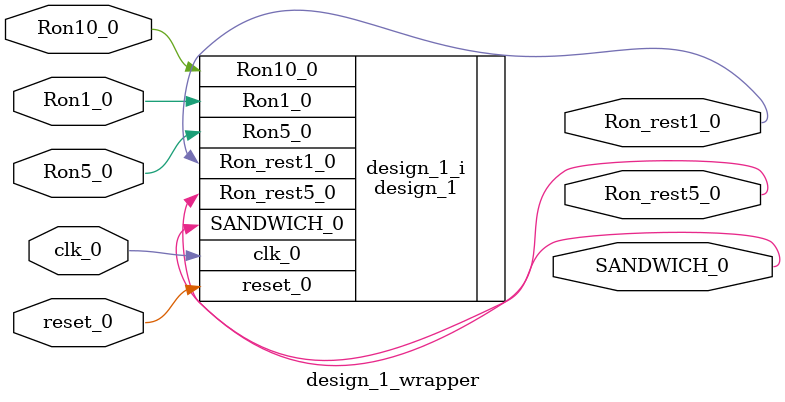
<source format=v>
`timescale 1 ps / 1 ps

module design_1_wrapper
   (Ron10_0,
    Ron1_0,
    Ron5_0,
    Ron_rest1_0,
    Ron_rest5_0,
    SANDWICH_0,
    clk_0,
    reset_0);
  input Ron10_0;
  input Ron1_0;
  input Ron5_0;
  output Ron_rest1_0;
  output Ron_rest5_0;
  output SANDWICH_0;
  input clk_0;
  input reset_0;

  wire Ron10_0;
  wire Ron1_0;
  wire Ron5_0;
  wire Ron_rest1_0;
  wire Ron_rest5_0;
  wire SANDWICH_0;
  wire clk_0;
  wire reset_0;

  design_1 design_1_i
       (.Ron10_0(Ron10_0),
        .Ron1_0(Ron1_0),
        .Ron5_0(Ron5_0),
        .Ron_rest1_0(Ron_rest1_0),
        .Ron_rest5_0(Ron_rest5_0),
        .SANDWICH_0(SANDWICH_0),
        .clk_0(clk_0),
        .reset_0(reset_0));
endmodule

</source>
